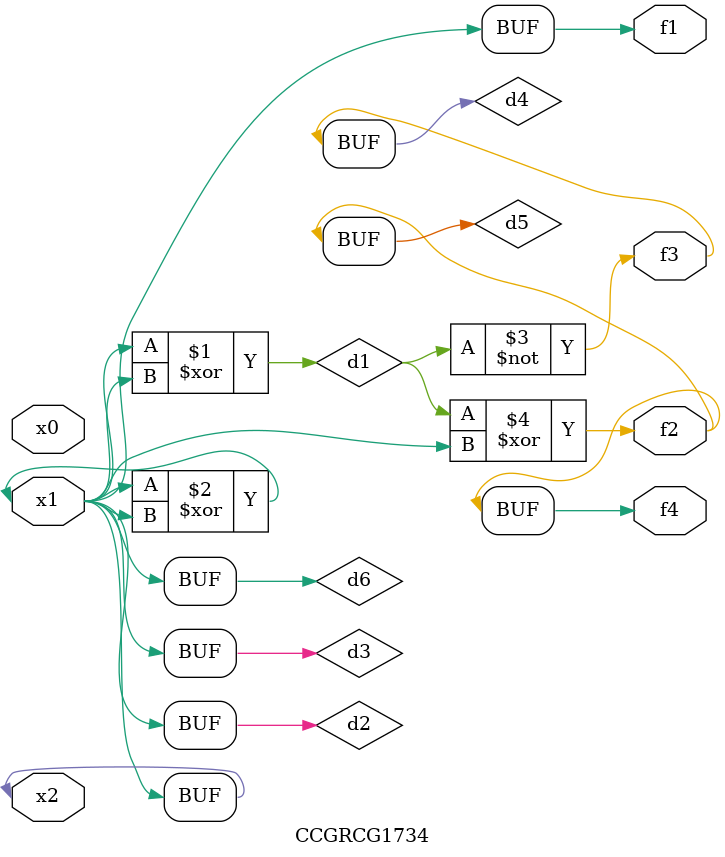
<source format=v>
module CCGRCG1734(
	input x0, x1, x2,
	output f1, f2, f3, f4
);

	wire d1, d2, d3, d4, d5, d6;

	xor (d1, x1, x2);
	buf (d2, x1, x2);
	xor (d3, x1, x2);
	nor (d4, d1);
	xor (d5, d1, d2);
	buf (d6, d2, d3);
	assign f1 = d6;
	assign f2 = d5;
	assign f3 = d4;
	assign f4 = d5;
endmodule

</source>
